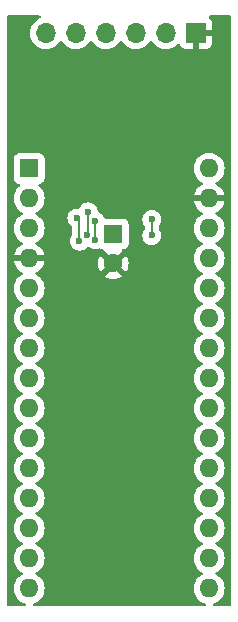
<source format=gbr>
%TF.GenerationSoftware,KiCad,Pcbnew,8.0.2*%
%TF.CreationDate,2024-11-13T23:00:56+01:00*%
%TF.ProjectId,programmerUnoHat,70726f67-7261-46d6-9d65-72556e6f4861,rev?*%
%TF.SameCoordinates,Original*%
%TF.FileFunction,Copper,L1,Top*%
%TF.FilePolarity,Positive*%
%FSLAX46Y46*%
G04 Gerber Fmt 4.6, Leading zero omitted, Abs format (unit mm)*
G04 Created by KiCad (PCBNEW 8.0.2) date 2024-11-13 23:00:56*
%MOMM*%
%LPD*%
G01*
G04 APERTURE LIST*
%TA.AperFunction,ComponentPad*%
%ADD10R,1.600000X1.600000*%
%TD*%
%TA.AperFunction,ComponentPad*%
%ADD11O,1.600000X1.600000*%
%TD*%
%TA.AperFunction,ComponentPad*%
%ADD12C,1.600000*%
%TD*%
%TA.AperFunction,ComponentPad*%
%ADD13R,1.700000X1.700000*%
%TD*%
%TA.AperFunction,ComponentPad*%
%ADD14O,1.700000X1.700000*%
%TD*%
%TA.AperFunction,ViaPad*%
%ADD15C,0.600000*%
%TD*%
%TA.AperFunction,Conductor*%
%ADD16C,0.200000*%
%TD*%
G04 APERTURE END LIST*
D10*
%TO.P,A101,1,D1/TX*%
%TO.N,unconnected-(A101-D1{slash}TX-Pad1)*%
X126390000Y-76450000D03*
D11*
%TO.P,A101,2,D0/RX*%
%TO.N,unconnected-(A101-D0{slash}RX-Pad2)*%
X126390000Y-78990000D03*
%TO.P,A101,3,~{RESET}*%
%TO.N,/RESET*%
X126390000Y-81530000D03*
%TO.P,A101,4,GND*%
%TO.N,GND*%
X126390000Y-84070000D03*
%TO.P,A101,5,D2*%
%TO.N,unconnected-(A101-D2-Pad5)*%
X126390000Y-86610000D03*
%TO.P,A101,6,D3*%
%TO.N,unconnected-(A101-D3-Pad6)*%
X126390000Y-89150000D03*
%TO.P,A101,7,D4*%
%TO.N,unconnected-(A101-D4-Pad7)*%
X126390000Y-91690000D03*
%TO.P,A101,8,D5*%
%TO.N,unconnected-(A101-D5-Pad8)*%
X126390000Y-94230000D03*
%TO.P,A101,9,D6*%
%TO.N,unconnected-(A101-D6-Pad9)*%
X126390000Y-96770000D03*
%TO.P,A101,10,D7*%
%TO.N,unconnected-(A101-D7-Pad10)*%
X126390000Y-99310000D03*
%TO.P,A101,11,D8*%
%TO.N,unconnected-(A101-D8-Pad11)*%
X126390000Y-101850000D03*
%TO.P,A101,12,D9*%
%TO.N,unconnected-(A101-D9-Pad12)*%
X126390000Y-104390000D03*
%TO.P,A101,13,D10*%
%TO.N,/RESET_SLAVE*%
X126390000Y-106930000D03*
%TO.P,A101,14,D11*%
%TO.N,/MOSI*%
X126390000Y-109470000D03*
%TO.P,A101,15,D12*%
%TO.N,/MISO*%
X126390000Y-112010000D03*
%TO.P,A101,16,D13*%
%TO.N,/SCK*%
X141630000Y-112010000D03*
%TO.P,A101,17,3V3*%
%TO.N,unconnected-(A101-3V3-Pad17)*%
X141630000Y-109470000D03*
%TO.P,A101,18,AREF*%
%TO.N,unconnected-(A101-AREF-Pad18)*%
X141630000Y-106930000D03*
%TO.P,A101,19,A0*%
%TO.N,unconnected-(A101-A0-Pad19)*%
X141630000Y-104390000D03*
%TO.P,A101,20,A1*%
%TO.N,unconnected-(A101-A1-Pad20)*%
X141630000Y-101850000D03*
%TO.P,A101,21,A2*%
%TO.N,unconnected-(A101-A2-Pad21)*%
X141630000Y-99310000D03*
%TO.P,A101,22,A3*%
%TO.N,unconnected-(A101-A3-Pad22)*%
X141630000Y-96770000D03*
%TO.P,A101,23,A4*%
%TO.N,unconnected-(A101-A4-Pad23)*%
X141630000Y-94230000D03*
%TO.P,A101,24,A5*%
%TO.N,unconnected-(A101-A5-Pad24)*%
X141630000Y-91690000D03*
%TO.P,A101,25,A6*%
%TO.N,unconnected-(A101-A6-Pad25)*%
X141630000Y-89150000D03*
%TO.P,A101,26,A7*%
%TO.N,unconnected-(A101-A7-Pad26)*%
X141630000Y-86610000D03*
%TO.P,A101,27,+5V*%
%TO.N,+5V*%
X141630000Y-84070000D03*
%TO.P,A101,28,~{RESET}*%
%TO.N,/RESET*%
X141630000Y-81530000D03*
%TO.P,A101,29,GND*%
%TO.N,GND*%
X141630000Y-78990000D03*
%TO.P,A101,30,VIN*%
%TO.N,unconnected-(A101-VIN-Pad30)*%
X141630000Y-76450000D03*
%TD*%
D10*
%TO.P,C101,1*%
%TO.N,/RESET*%
X133500000Y-82000000D03*
D12*
%TO.P,C101,2*%
%TO.N,GND*%
X133500000Y-84500000D03*
%TD*%
D13*
%TO.P,J101,1,Pin_1*%
%TO.N,GND*%
X140500000Y-65000000D03*
D14*
%TO.P,J101,2,Pin_2*%
%TO.N,+5V*%
X137960000Y-65000000D03*
%TO.P,J101,3,Pin_3*%
%TO.N,/SCK*%
X135420000Y-65000000D03*
%TO.P,J101,4,Pin_4*%
%TO.N,/MISO*%
X132880000Y-65000000D03*
%TO.P,J101,5,Pin_5*%
%TO.N,/MOSI*%
X130340000Y-65000000D03*
%TO.P,J101,6,Pin_6*%
%TO.N,/RESET_SLAVE*%
X127800000Y-65000000D03*
%TD*%
D15*
%TO.N,/RESET_SLAVE*%
X130429000Y-80645000D03*
X130648936Y-82607638D03*
%TO.N,/SCK*%
X136779000Y-82130000D03*
X136779000Y-80772000D03*
%TO.N,/MISO*%
X132000000Y-80930000D03*
X132000000Y-82500000D03*
%TO.N,/MOSI*%
X131400000Y-80131982D03*
X131290704Y-82130000D03*
%TD*%
D16*
%TO.N,/RESET_SLAVE*%
X130648936Y-80864936D02*
X130429000Y-80645000D01*
X130648936Y-82607638D02*
X130648936Y-80864936D01*
%TO.N,/SCK*%
X136779000Y-80772000D02*
X136779000Y-82130000D01*
%TO.N,/MISO*%
X132000000Y-82500000D02*
X132000000Y-80930000D01*
%TO.N,/MOSI*%
X131400000Y-80131982D02*
X131400000Y-82020704D01*
X131400000Y-82020704D02*
X131290704Y-82130000D01*
%TD*%
%TA.AperFunction,Conductor*%
%TO.N,GND*%
G36*
X127327843Y-63520185D02*
G01*
X127373598Y-63572989D01*
X127383542Y-63642147D01*
X127354517Y-63705703D01*
X127313209Y-63736882D01*
X127122171Y-63825964D01*
X127122169Y-63825965D01*
X126928597Y-63961505D01*
X126761505Y-64128597D01*
X126625965Y-64322169D01*
X126625964Y-64322171D01*
X126526098Y-64536335D01*
X126526094Y-64536344D01*
X126464938Y-64764586D01*
X126464936Y-64764596D01*
X126444341Y-64999999D01*
X126444341Y-65000000D01*
X126464936Y-65235403D01*
X126464938Y-65235413D01*
X126526094Y-65463655D01*
X126526096Y-65463659D01*
X126526097Y-65463663D01*
X126606004Y-65635023D01*
X126625965Y-65677830D01*
X126625967Y-65677834D01*
X126734281Y-65832521D01*
X126761505Y-65871401D01*
X126928599Y-66038495D01*
X127005135Y-66092086D01*
X127122165Y-66174032D01*
X127122167Y-66174033D01*
X127122170Y-66174035D01*
X127336337Y-66273903D01*
X127564592Y-66335063D01*
X127735319Y-66350000D01*
X127799999Y-66355659D01*
X127800000Y-66355659D01*
X127800001Y-66355659D01*
X127864681Y-66350000D01*
X128035408Y-66335063D01*
X128263663Y-66273903D01*
X128477830Y-66174035D01*
X128671401Y-66038495D01*
X128838495Y-65871401D01*
X128968425Y-65685842D01*
X129023002Y-65642217D01*
X129092500Y-65635023D01*
X129154855Y-65666546D01*
X129171575Y-65685842D01*
X129301500Y-65871395D01*
X129301505Y-65871401D01*
X129468599Y-66038495D01*
X129545135Y-66092086D01*
X129662165Y-66174032D01*
X129662167Y-66174033D01*
X129662170Y-66174035D01*
X129876337Y-66273903D01*
X130104592Y-66335063D01*
X130275319Y-66350000D01*
X130339999Y-66355659D01*
X130340000Y-66355659D01*
X130340001Y-66355659D01*
X130404681Y-66350000D01*
X130575408Y-66335063D01*
X130803663Y-66273903D01*
X131017830Y-66174035D01*
X131211401Y-66038495D01*
X131378495Y-65871401D01*
X131508425Y-65685842D01*
X131563002Y-65642217D01*
X131632500Y-65635023D01*
X131694855Y-65666546D01*
X131711575Y-65685842D01*
X131841500Y-65871395D01*
X131841505Y-65871401D01*
X132008599Y-66038495D01*
X132085135Y-66092086D01*
X132202165Y-66174032D01*
X132202167Y-66174033D01*
X132202170Y-66174035D01*
X132416337Y-66273903D01*
X132644592Y-66335063D01*
X132815319Y-66350000D01*
X132879999Y-66355659D01*
X132880000Y-66355659D01*
X132880001Y-66355659D01*
X132944681Y-66350000D01*
X133115408Y-66335063D01*
X133343663Y-66273903D01*
X133557830Y-66174035D01*
X133751401Y-66038495D01*
X133918495Y-65871401D01*
X134048425Y-65685842D01*
X134103002Y-65642217D01*
X134172500Y-65635023D01*
X134234855Y-65666546D01*
X134251575Y-65685842D01*
X134381500Y-65871395D01*
X134381505Y-65871401D01*
X134548599Y-66038495D01*
X134625135Y-66092086D01*
X134742165Y-66174032D01*
X134742167Y-66174033D01*
X134742170Y-66174035D01*
X134956337Y-66273903D01*
X135184592Y-66335063D01*
X135355319Y-66350000D01*
X135419999Y-66355659D01*
X135420000Y-66355659D01*
X135420001Y-66355659D01*
X135484681Y-66350000D01*
X135655408Y-66335063D01*
X135883663Y-66273903D01*
X136097830Y-66174035D01*
X136291401Y-66038495D01*
X136458495Y-65871401D01*
X136588425Y-65685842D01*
X136643002Y-65642217D01*
X136712500Y-65635023D01*
X136774855Y-65666546D01*
X136791575Y-65685842D01*
X136921500Y-65871395D01*
X136921505Y-65871401D01*
X137088599Y-66038495D01*
X137165135Y-66092086D01*
X137282165Y-66174032D01*
X137282167Y-66174033D01*
X137282170Y-66174035D01*
X137496337Y-66273903D01*
X137724592Y-66335063D01*
X137895319Y-66350000D01*
X137959999Y-66355659D01*
X137960000Y-66355659D01*
X137960001Y-66355659D01*
X138024681Y-66350000D01*
X138195408Y-66335063D01*
X138423663Y-66273903D01*
X138637830Y-66174035D01*
X138831401Y-66038495D01*
X138953717Y-65916178D01*
X139015036Y-65882696D01*
X139084728Y-65887680D01*
X139140662Y-65929551D01*
X139157577Y-65960528D01*
X139206646Y-66092088D01*
X139206649Y-66092093D01*
X139292809Y-66207187D01*
X139292812Y-66207190D01*
X139407906Y-66293350D01*
X139407913Y-66293354D01*
X139542620Y-66343596D01*
X139542627Y-66343598D01*
X139602155Y-66349999D01*
X139602172Y-66350000D01*
X140250000Y-66350000D01*
X140250000Y-65433012D01*
X140307007Y-65465925D01*
X140434174Y-65500000D01*
X140565826Y-65500000D01*
X140692993Y-65465925D01*
X140750000Y-65433012D01*
X140750000Y-66350000D01*
X141397828Y-66350000D01*
X141397844Y-66349999D01*
X141457372Y-66343598D01*
X141457379Y-66343596D01*
X141592086Y-66293354D01*
X141592093Y-66293350D01*
X141707187Y-66207190D01*
X141707190Y-66207187D01*
X141793350Y-66092093D01*
X141793354Y-66092086D01*
X141843596Y-65957379D01*
X141843598Y-65957372D01*
X141849999Y-65897844D01*
X141850000Y-65897827D01*
X141850000Y-65250000D01*
X140933012Y-65250000D01*
X140965925Y-65192993D01*
X141000000Y-65065826D01*
X141000000Y-64934174D01*
X140965925Y-64807007D01*
X140933012Y-64750000D01*
X141850000Y-64750000D01*
X141850000Y-64102172D01*
X141849999Y-64102155D01*
X141843598Y-64042627D01*
X141843596Y-64042620D01*
X141793354Y-63907913D01*
X141793350Y-63907906D01*
X141707190Y-63792812D01*
X141707187Y-63792809D01*
X141614958Y-63723766D01*
X141573087Y-63667832D01*
X141568103Y-63598141D01*
X141601589Y-63536818D01*
X141662912Y-63503334D01*
X141689269Y-63500500D01*
X143375500Y-63500500D01*
X143442539Y-63520185D01*
X143488294Y-63572989D01*
X143499500Y-63624500D01*
X143499500Y-113375500D01*
X143479815Y-113442539D01*
X143427011Y-113488294D01*
X143375500Y-113499500D01*
X142037733Y-113499500D01*
X141970694Y-113479815D01*
X141924939Y-113427011D01*
X141914995Y-113357853D01*
X141944020Y-113294297D01*
X142002798Y-113256523D01*
X142005640Y-113255725D01*
X142053032Y-113243025D01*
X142076496Y-113236739D01*
X142282734Y-113140568D01*
X142469139Y-113010047D01*
X142630047Y-112849139D01*
X142760568Y-112662734D01*
X142856739Y-112456496D01*
X142915635Y-112236692D01*
X142935468Y-112010000D01*
X142915635Y-111783308D01*
X142856739Y-111563504D01*
X142760568Y-111357266D01*
X142630047Y-111170861D01*
X142630045Y-111170858D01*
X142469141Y-111009954D01*
X142282734Y-110879432D01*
X142282728Y-110879429D01*
X142224725Y-110852382D01*
X142172285Y-110806210D01*
X142153133Y-110739017D01*
X142173348Y-110672135D01*
X142224725Y-110627618D01*
X142282734Y-110600568D01*
X142469139Y-110470047D01*
X142630047Y-110309139D01*
X142760568Y-110122734D01*
X142856739Y-109916496D01*
X142915635Y-109696692D01*
X142935468Y-109470000D01*
X142915635Y-109243308D01*
X142856739Y-109023504D01*
X142760568Y-108817266D01*
X142630047Y-108630861D01*
X142630045Y-108630858D01*
X142469141Y-108469954D01*
X142282734Y-108339432D01*
X142282728Y-108339429D01*
X142224725Y-108312382D01*
X142172285Y-108266210D01*
X142153133Y-108199017D01*
X142173348Y-108132135D01*
X142224725Y-108087618D01*
X142282734Y-108060568D01*
X142469139Y-107930047D01*
X142630047Y-107769139D01*
X142760568Y-107582734D01*
X142856739Y-107376496D01*
X142915635Y-107156692D01*
X142935468Y-106930000D01*
X142915635Y-106703308D01*
X142856739Y-106483504D01*
X142760568Y-106277266D01*
X142630047Y-106090861D01*
X142630045Y-106090858D01*
X142469141Y-105929954D01*
X142282734Y-105799432D01*
X142282728Y-105799429D01*
X142224725Y-105772382D01*
X142172285Y-105726210D01*
X142153133Y-105659017D01*
X142173348Y-105592135D01*
X142224725Y-105547618D01*
X142282734Y-105520568D01*
X142469139Y-105390047D01*
X142630047Y-105229139D01*
X142760568Y-105042734D01*
X142856739Y-104836496D01*
X142915635Y-104616692D01*
X142935468Y-104390000D01*
X142915635Y-104163308D01*
X142856739Y-103943504D01*
X142760568Y-103737266D01*
X142630047Y-103550861D01*
X142630045Y-103550858D01*
X142469141Y-103389954D01*
X142282734Y-103259432D01*
X142282728Y-103259429D01*
X142224725Y-103232382D01*
X142172285Y-103186210D01*
X142153133Y-103119017D01*
X142173348Y-103052135D01*
X142224725Y-103007618D01*
X142282734Y-102980568D01*
X142469139Y-102850047D01*
X142630047Y-102689139D01*
X142760568Y-102502734D01*
X142856739Y-102296496D01*
X142915635Y-102076692D01*
X142935468Y-101850000D01*
X142915635Y-101623308D01*
X142856739Y-101403504D01*
X142760568Y-101197266D01*
X142630047Y-101010861D01*
X142630045Y-101010858D01*
X142469141Y-100849954D01*
X142282734Y-100719432D01*
X142282728Y-100719429D01*
X142224725Y-100692382D01*
X142172285Y-100646210D01*
X142153133Y-100579017D01*
X142173348Y-100512135D01*
X142224725Y-100467618D01*
X142282734Y-100440568D01*
X142469139Y-100310047D01*
X142630047Y-100149139D01*
X142760568Y-99962734D01*
X142856739Y-99756496D01*
X142915635Y-99536692D01*
X142935468Y-99310000D01*
X142915635Y-99083308D01*
X142856739Y-98863504D01*
X142760568Y-98657266D01*
X142630047Y-98470861D01*
X142630045Y-98470858D01*
X142469141Y-98309954D01*
X142282734Y-98179432D01*
X142282728Y-98179429D01*
X142224725Y-98152382D01*
X142172285Y-98106210D01*
X142153133Y-98039017D01*
X142173348Y-97972135D01*
X142224725Y-97927618D01*
X142282734Y-97900568D01*
X142469139Y-97770047D01*
X142630047Y-97609139D01*
X142760568Y-97422734D01*
X142856739Y-97216496D01*
X142915635Y-96996692D01*
X142935468Y-96770000D01*
X142915635Y-96543308D01*
X142856739Y-96323504D01*
X142760568Y-96117266D01*
X142630047Y-95930861D01*
X142630045Y-95930858D01*
X142469141Y-95769954D01*
X142282734Y-95639432D01*
X142282728Y-95639429D01*
X142224725Y-95612382D01*
X142172285Y-95566210D01*
X142153133Y-95499017D01*
X142173348Y-95432135D01*
X142224725Y-95387618D01*
X142282734Y-95360568D01*
X142469139Y-95230047D01*
X142630047Y-95069139D01*
X142760568Y-94882734D01*
X142856739Y-94676496D01*
X142915635Y-94456692D01*
X142935468Y-94230000D01*
X142915635Y-94003308D01*
X142856739Y-93783504D01*
X142760568Y-93577266D01*
X142630047Y-93390861D01*
X142630045Y-93390858D01*
X142469141Y-93229954D01*
X142282734Y-93099432D01*
X142282728Y-93099429D01*
X142224725Y-93072382D01*
X142172285Y-93026210D01*
X142153133Y-92959017D01*
X142173348Y-92892135D01*
X142224725Y-92847618D01*
X142282734Y-92820568D01*
X142469139Y-92690047D01*
X142630047Y-92529139D01*
X142760568Y-92342734D01*
X142856739Y-92136496D01*
X142915635Y-91916692D01*
X142935468Y-91690000D01*
X142915635Y-91463308D01*
X142856739Y-91243504D01*
X142760568Y-91037266D01*
X142630047Y-90850861D01*
X142630045Y-90850858D01*
X142469141Y-90689954D01*
X142282734Y-90559432D01*
X142282728Y-90559429D01*
X142224725Y-90532382D01*
X142172285Y-90486210D01*
X142153133Y-90419017D01*
X142173348Y-90352135D01*
X142224725Y-90307618D01*
X142282734Y-90280568D01*
X142469139Y-90150047D01*
X142630047Y-89989139D01*
X142760568Y-89802734D01*
X142856739Y-89596496D01*
X142915635Y-89376692D01*
X142935468Y-89150000D01*
X142915635Y-88923308D01*
X142856739Y-88703504D01*
X142760568Y-88497266D01*
X142630047Y-88310861D01*
X142630045Y-88310858D01*
X142469141Y-88149954D01*
X142282734Y-88019432D01*
X142282728Y-88019429D01*
X142224725Y-87992382D01*
X142172285Y-87946210D01*
X142153133Y-87879017D01*
X142173348Y-87812135D01*
X142224725Y-87767618D01*
X142282734Y-87740568D01*
X142469139Y-87610047D01*
X142630047Y-87449139D01*
X142760568Y-87262734D01*
X142856739Y-87056496D01*
X142915635Y-86836692D01*
X142935468Y-86610000D01*
X142915635Y-86383308D01*
X142856739Y-86163504D01*
X142760568Y-85957266D01*
X142640046Y-85785141D01*
X142630045Y-85770858D01*
X142469141Y-85609954D01*
X142282734Y-85479432D01*
X142282728Y-85479429D01*
X142224725Y-85452382D01*
X142172285Y-85406210D01*
X142153133Y-85339017D01*
X142173348Y-85272135D01*
X142224725Y-85227618D01*
X142225319Y-85227341D01*
X142282734Y-85200568D01*
X142469139Y-85070047D01*
X142630047Y-84909139D01*
X142760568Y-84722734D01*
X142856739Y-84516496D01*
X142915635Y-84296692D01*
X142935468Y-84070000D01*
X142915635Y-83843308D01*
X142856739Y-83623504D01*
X142760568Y-83417266D01*
X142636128Y-83239546D01*
X142630045Y-83230858D01*
X142469141Y-83069954D01*
X142282734Y-82939432D01*
X142282728Y-82939429D01*
X142224725Y-82912382D01*
X142172285Y-82866210D01*
X142153133Y-82799017D01*
X142173348Y-82732135D01*
X142224725Y-82687618D01*
X142282734Y-82660568D01*
X142469139Y-82530047D01*
X142630047Y-82369139D01*
X142760568Y-82182734D01*
X142856739Y-81976496D01*
X142915635Y-81756692D01*
X142935468Y-81530000D01*
X142915635Y-81303308D01*
X142856739Y-81083504D01*
X142760568Y-80877266D01*
X142630047Y-80690861D01*
X142630045Y-80690858D01*
X142469141Y-80529954D01*
X142282734Y-80399432D01*
X142282732Y-80399431D01*
X142224725Y-80372382D01*
X142224132Y-80372105D01*
X142171694Y-80325934D01*
X142152542Y-80258740D01*
X142172758Y-80191859D01*
X142224134Y-80147341D01*
X142282484Y-80120132D01*
X142468820Y-79989657D01*
X142629657Y-79828820D01*
X142760134Y-79642482D01*
X142856265Y-79436326D01*
X142856269Y-79436317D01*
X142908872Y-79240000D01*
X142063012Y-79240000D01*
X142095925Y-79182993D01*
X142130000Y-79055826D01*
X142130000Y-78924174D01*
X142095925Y-78797007D01*
X142063012Y-78740000D01*
X142908872Y-78740000D01*
X142908872Y-78739999D01*
X142856269Y-78543682D01*
X142856265Y-78543673D01*
X142760134Y-78337517D01*
X142629657Y-78151179D01*
X142468820Y-77990342D01*
X142282482Y-77859865D01*
X142224133Y-77832657D01*
X142171694Y-77786484D01*
X142152542Y-77719291D01*
X142172758Y-77652410D01*
X142224129Y-77607895D01*
X142282734Y-77580568D01*
X142469139Y-77450047D01*
X142630047Y-77289139D01*
X142760568Y-77102734D01*
X142856739Y-76896496D01*
X142915635Y-76676692D01*
X142935468Y-76450000D01*
X142915635Y-76223308D01*
X142856739Y-76003504D01*
X142760568Y-75797266D01*
X142630047Y-75610861D01*
X142630045Y-75610858D01*
X142469141Y-75449954D01*
X142282734Y-75319432D01*
X142282732Y-75319431D01*
X142076497Y-75223261D01*
X142076488Y-75223258D01*
X141856697Y-75164366D01*
X141856693Y-75164365D01*
X141856692Y-75164365D01*
X141856691Y-75164364D01*
X141856686Y-75164364D01*
X141630002Y-75144532D01*
X141629998Y-75144532D01*
X141403313Y-75164364D01*
X141403302Y-75164366D01*
X141183511Y-75223258D01*
X141183502Y-75223261D01*
X140977267Y-75319431D01*
X140977265Y-75319432D01*
X140790858Y-75449954D01*
X140629954Y-75610858D01*
X140499432Y-75797265D01*
X140499431Y-75797267D01*
X140403261Y-76003502D01*
X140403258Y-76003511D01*
X140344366Y-76223302D01*
X140344364Y-76223313D01*
X140324532Y-76449998D01*
X140324532Y-76450001D01*
X140344364Y-76676686D01*
X140344366Y-76676697D01*
X140403258Y-76896488D01*
X140403261Y-76896497D01*
X140499431Y-77102732D01*
X140499432Y-77102734D01*
X140629954Y-77289141D01*
X140790858Y-77450045D01*
X140790861Y-77450047D01*
X140977266Y-77580568D01*
X141035865Y-77607893D01*
X141088305Y-77654065D01*
X141107457Y-77721258D01*
X141087242Y-77788139D01*
X141035867Y-77832657D01*
X140977515Y-77859867D01*
X140791179Y-77990342D01*
X140630342Y-78151179D01*
X140499865Y-78337517D01*
X140403734Y-78543673D01*
X140403730Y-78543682D01*
X140351127Y-78739999D01*
X140351128Y-78740000D01*
X141196988Y-78740000D01*
X141164075Y-78797007D01*
X141130000Y-78924174D01*
X141130000Y-79055826D01*
X141164075Y-79182993D01*
X141196988Y-79240000D01*
X140351128Y-79240000D01*
X140403730Y-79436317D01*
X140403734Y-79436326D01*
X140499865Y-79642482D01*
X140630342Y-79828820D01*
X140791179Y-79989657D01*
X140977518Y-80120134D01*
X140977520Y-80120135D01*
X141035865Y-80147342D01*
X141088305Y-80193514D01*
X141107457Y-80260707D01*
X141087242Y-80327589D01*
X141035867Y-80372105D01*
X140977268Y-80399431D01*
X140977264Y-80399433D01*
X140790858Y-80529954D01*
X140629954Y-80690858D01*
X140499432Y-80877265D01*
X140499431Y-80877267D01*
X140403261Y-81083502D01*
X140403258Y-81083511D01*
X140344366Y-81303302D01*
X140344364Y-81303313D01*
X140324532Y-81529998D01*
X140324532Y-81530001D01*
X140344364Y-81756686D01*
X140344366Y-81756697D01*
X140403258Y-81976488D01*
X140403261Y-81976497D01*
X140499431Y-82182732D01*
X140499432Y-82182734D01*
X140629954Y-82369141D01*
X140790858Y-82530045D01*
X140790861Y-82530047D01*
X140977266Y-82660568D01*
X141035275Y-82687618D01*
X141087714Y-82733791D01*
X141106866Y-82800984D01*
X141086650Y-82867865D01*
X141035275Y-82912382D01*
X140977267Y-82939431D01*
X140977265Y-82939432D01*
X140790858Y-83069954D01*
X140629954Y-83230858D01*
X140499432Y-83417265D01*
X140499431Y-83417267D01*
X140403261Y-83623502D01*
X140403258Y-83623511D01*
X140344366Y-83843302D01*
X140344364Y-83843313D01*
X140324532Y-84069998D01*
X140324532Y-84070001D01*
X140344364Y-84296686D01*
X140344366Y-84296697D01*
X140403258Y-84516488D01*
X140403261Y-84516497D01*
X140499431Y-84722732D01*
X140499432Y-84722734D01*
X140629954Y-84909141D01*
X140790858Y-85070045D01*
X140790861Y-85070047D01*
X140977266Y-85200568D01*
X141034681Y-85227341D01*
X141035275Y-85227618D01*
X141087714Y-85273791D01*
X141106866Y-85340984D01*
X141086650Y-85407865D01*
X141035275Y-85452382D01*
X140977267Y-85479431D01*
X140977265Y-85479432D01*
X140790858Y-85609954D01*
X140629954Y-85770858D01*
X140499432Y-85957265D01*
X140499431Y-85957267D01*
X140403261Y-86163502D01*
X140403258Y-86163511D01*
X140344366Y-86383302D01*
X140344364Y-86383313D01*
X140324532Y-86609998D01*
X140324532Y-86610001D01*
X140344364Y-86836686D01*
X140344366Y-86836697D01*
X140403258Y-87056488D01*
X140403261Y-87056497D01*
X140499431Y-87262732D01*
X140499432Y-87262734D01*
X140629954Y-87449141D01*
X140790858Y-87610045D01*
X140790861Y-87610047D01*
X140977266Y-87740568D01*
X141035275Y-87767618D01*
X141087714Y-87813791D01*
X141106866Y-87880984D01*
X141086650Y-87947865D01*
X141035275Y-87992382D01*
X140977267Y-88019431D01*
X140977265Y-88019432D01*
X140790858Y-88149954D01*
X140629954Y-88310858D01*
X140499432Y-88497265D01*
X140499431Y-88497267D01*
X140403261Y-88703502D01*
X140403258Y-88703511D01*
X140344366Y-88923302D01*
X140344364Y-88923313D01*
X140324532Y-89149998D01*
X140324532Y-89150001D01*
X140344364Y-89376686D01*
X140344366Y-89376697D01*
X140403258Y-89596488D01*
X140403261Y-89596497D01*
X140499431Y-89802732D01*
X140499432Y-89802734D01*
X140629954Y-89989141D01*
X140790858Y-90150045D01*
X140790861Y-90150047D01*
X140977266Y-90280568D01*
X141035275Y-90307618D01*
X141087714Y-90353791D01*
X141106866Y-90420984D01*
X141086650Y-90487865D01*
X141035275Y-90532382D01*
X140977267Y-90559431D01*
X140977265Y-90559432D01*
X140790858Y-90689954D01*
X140629954Y-90850858D01*
X140499432Y-91037265D01*
X140499431Y-91037267D01*
X140403261Y-91243502D01*
X140403258Y-91243511D01*
X140344366Y-91463302D01*
X140344364Y-91463313D01*
X140324532Y-91689998D01*
X140324532Y-91690001D01*
X140344364Y-91916686D01*
X140344366Y-91916697D01*
X140403258Y-92136488D01*
X140403261Y-92136497D01*
X140499431Y-92342732D01*
X140499432Y-92342734D01*
X140629954Y-92529141D01*
X140790858Y-92690045D01*
X140790861Y-92690047D01*
X140977266Y-92820568D01*
X141035275Y-92847618D01*
X141087714Y-92893791D01*
X141106866Y-92960984D01*
X141086650Y-93027865D01*
X141035275Y-93072382D01*
X140977267Y-93099431D01*
X140977265Y-93099432D01*
X140790858Y-93229954D01*
X140629954Y-93390858D01*
X140499432Y-93577265D01*
X140499431Y-93577267D01*
X140403261Y-93783502D01*
X140403258Y-93783511D01*
X140344366Y-94003302D01*
X140344364Y-94003313D01*
X140324532Y-94229998D01*
X140324532Y-94230001D01*
X140344364Y-94456686D01*
X140344366Y-94456697D01*
X140403258Y-94676488D01*
X140403261Y-94676497D01*
X140499431Y-94882732D01*
X140499432Y-94882734D01*
X140629954Y-95069141D01*
X140790858Y-95230045D01*
X140790861Y-95230047D01*
X140977266Y-95360568D01*
X141035275Y-95387618D01*
X141087714Y-95433791D01*
X141106866Y-95500984D01*
X141086650Y-95567865D01*
X141035275Y-95612382D01*
X140977267Y-95639431D01*
X140977265Y-95639432D01*
X140790858Y-95769954D01*
X140629954Y-95930858D01*
X140499432Y-96117265D01*
X140499431Y-96117267D01*
X140403261Y-96323502D01*
X140403258Y-96323511D01*
X140344366Y-96543302D01*
X140344364Y-96543313D01*
X140324532Y-96769998D01*
X140324532Y-96770001D01*
X140344364Y-96996686D01*
X140344366Y-96996697D01*
X140403258Y-97216488D01*
X140403261Y-97216497D01*
X140499431Y-97422732D01*
X140499432Y-97422734D01*
X140629954Y-97609141D01*
X140790858Y-97770045D01*
X140790861Y-97770047D01*
X140977266Y-97900568D01*
X141035275Y-97927618D01*
X141087714Y-97973791D01*
X141106866Y-98040984D01*
X141086650Y-98107865D01*
X141035275Y-98152382D01*
X140977267Y-98179431D01*
X140977265Y-98179432D01*
X140790858Y-98309954D01*
X140629954Y-98470858D01*
X140499432Y-98657265D01*
X140499431Y-98657267D01*
X140403261Y-98863502D01*
X140403258Y-98863511D01*
X140344366Y-99083302D01*
X140344364Y-99083313D01*
X140324532Y-99309998D01*
X140324532Y-99310001D01*
X140344364Y-99536686D01*
X140344366Y-99536697D01*
X140403258Y-99756488D01*
X140403261Y-99756497D01*
X140499431Y-99962732D01*
X140499432Y-99962734D01*
X140629954Y-100149141D01*
X140790858Y-100310045D01*
X140790861Y-100310047D01*
X140977266Y-100440568D01*
X141035275Y-100467618D01*
X141087714Y-100513791D01*
X141106866Y-100580984D01*
X141086650Y-100647865D01*
X141035275Y-100692382D01*
X140977267Y-100719431D01*
X140977265Y-100719432D01*
X140790858Y-100849954D01*
X140629954Y-101010858D01*
X140499432Y-101197265D01*
X140499431Y-101197267D01*
X140403261Y-101403502D01*
X140403258Y-101403511D01*
X140344366Y-101623302D01*
X140344364Y-101623313D01*
X140324532Y-101849998D01*
X140324532Y-101850001D01*
X140344364Y-102076686D01*
X140344366Y-102076697D01*
X140403258Y-102296488D01*
X140403261Y-102296497D01*
X140499431Y-102502732D01*
X140499432Y-102502734D01*
X140629954Y-102689141D01*
X140790858Y-102850045D01*
X140790861Y-102850047D01*
X140977266Y-102980568D01*
X141035275Y-103007618D01*
X141087714Y-103053791D01*
X141106866Y-103120984D01*
X141086650Y-103187865D01*
X141035275Y-103232382D01*
X140977267Y-103259431D01*
X140977265Y-103259432D01*
X140790858Y-103389954D01*
X140629954Y-103550858D01*
X140499432Y-103737265D01*
X140499431Y-103737267D01*
X140403261Y-103943502D01*
X140403258Y-103943511D01*
X140344366Y-104163302D01*
X140344364Y-104163313D01*
X140324532Y-104389998D01*
X140324532Y-104390001D01*
X140344364Y-104616686D01*
X140344366Y-104616697D01*
X140403258Y-104836488D01*
X140403261Y-104836497D01*
X140499431Y-105042732D01*
X140499432Y-105042734D01*
X140629954Y-105229141D01*
X140790858Y-105390045D01*
X140790861Y-105390047D01*
X140977266Y-105520568D01*
X141035275Y-105547618D01*
X141087714Y-105593791D01*
X141106866Y-105660984D01*
X141086650Y-105727865D01*
X141035275Y-105772382D01*
X140977267Y-105799431D01*
X140977265Y-105799432D01*
X140790858Y-105929954D01*
X140629954Y-106090858D01*
X140499432Y-106277265D01*
X140499431Y-106277267D01*
X140403261Y-106483502D01*
X140403258Y-106483511D01*
X140344366Y-106703302D01*
X140344364Y-106703313D01*
X140324532Y-106929998D01*
X140324532Y-106930001D01*
X140344364Y-107156686D01*
X140344366Y-107156697D01*
X140403258Y-107376488D01*
X140403261Y-107376497D01*
X140499431Y-107582732D01*
X140499432Y-107582734D01*
X140629954Y-107769141D01*
X140790858Y-107930045D01*
X140790861Y-107930047D01*
X140977266Y-108060568D01*
X141035275Y-108087618D01*
X141087714Y-108133791D01*
X141106866Y-108200984D01*
X141086650Y-108267865D01*
X141035275Y-108312382D01*
X140977267Y-108339431D01*
X140977265Y-108339432D01*
X140790858Y-108469954D01*
X140629954Y-108630858D01*
X140499432Y-108817265D01*
X140499431Y-108817267D01*
X140403261Y-109023502D01*
X140403258Y-109023511D01*
X140344366Y-109243302D01*
X140344364Y-109243313D01*
X140324532Y-109469998D01*
X140324532Y-109470001D01*
X140344364Y-109696686D01*
X140344366Y-109696697D01*
X140403258Y-109916488D01*
X140403261Y-109916497D01*
X140499431Y-110122732D01*
X140499432Y-110122734D01*
X140629954Y-110309141D01*
X140790858Y-110470045D01*
X140790861Y-110470047D01*
X140977266Y-110600568D01*
X141035275Y-110627618D01*
X141087714Y-110673791D01*
X141106866Y-110740984D01*
X141086650Y-110807865D01*
X141035275Y-110852382D01*
X140977267Y-110879431D01*
X140977265Y-110879432D01*
X140790858Y-111009954D01*
X140629954Y-111170858D01*
X140499432Y-111357265D01*
X140499431Y-111357267D01*
X140403261Y-111563502D01*
X140403258Y-111563511D01*
X140344366Y-111783302D01*
X140344364Y-111783313D01*
X140324532Y-112009998D01*
X140324532Y-112010001D01*
X140344364Y-112236686D01*
X140344366Y-112236697D01*
X140403258Y-112456488D01*
X140403261Y-112456497D01*
X140499431Y-112662732D01*
X140499432Y-112662734D01*
X140629954Y-112849141D01*
X140790858Y-113010045D01*
X140790861Y-113010047D01*
X140977266Y-113140568D01*
X141183504Y-113236739D01*
X141183509Y-113236740D01*
X141183511Y-113236741D01*
X141254360Y-113255725D01*
X141314021Y-113292090D01*
X141344550Y-113354937D01*
X141336255Y-113424312D01*
X141291770Y-113478190D01*
X141225218Y-113499465D01*
X141222267Y-113499500D01*
X126797733Y-113499500D01*
X126730694Y-113479815D01*
X126684939Y-113427011D01*
X126674995Y-113357853D01*
X126704020Y-113294297D01*
X126762798Y-113256523D01*
X126765640Y-113255725D01*
X126813032Y-113243025D01*
X126836496Y-113236739D01*
X127042734Y-113140568D01*
X127229139Y-113010047D01*
X127390047Y-112849139D01*
X127520568Y-112662734D01*
X127616739Y-112456496D01*
X127675635Y-112236692D01*
X127695468Y-112010000D01*
X127675635Y-111783308D01*
X127616739Y-111563504D01*
X127520568Y-111357266D01*
X127390047Y-111170861D01*
X127390045Y-111170858D01*
X127229141Y-111009954D01*
X127042734Y-110879432D01*
X127042728Y-110879429D01*
X126984725Y-110852382D01*
X126932285Y-110806210D01*
X126913133Y-110739017D01*
X126933348Y-110672135D01*
X126984725Y-110627618D01*
X127042734Y-110600568D01*
X127229139Y-110470047D01*
X127390047Y-110309139D01*
X127520568Y-110122734D01*
X127616739Y-109916496D01*
X127675635Y-109696692D01*
X127695468Y-109470000D01*
X127675635Y-109243308D01*
X127616739Y-109023504D01*
X127520568Y-108817266D01*
X127390047Y-108630861D01*
X127390045Y-108630858D01*
X127229141Y-108469954D01*
X127042734Y-108339432D01*
X127042728Y-108339429D01*
X126984725Y-108312382D01*
X126932285Y-108266210D01*
X126913133Y-108199017D01*
X126933348Y-108132135D01*
X126984725Y-108087618D01*
X127042734Y-108060568D01*
X127229139Y-107930047D01*
X127390047Y-107769139D01*
X127520568Y-107582734D01*
X127616739Y-107376496D01*
X127675635Y-107156692D01*
X127695468Y-106930000D01*
X127675635Y-106703308D01*
X127616739Y-106483504D01*
X127520568Y-106277266D01*
X127390047Y-106090861D01*
X127390045Y-106090858D01*
X127229141Y-105929954D01*
X127042734Y-105799432D01*
X127042728Y-105799429D01*
X126984725Y-105772382D01*
X126932285Y-105726210D01*
X126913133Y-105659017D01*
X126933348Y-105592135D01*
X126984725Y-105547618D01*
X127042734Y-105520568D01*
X127229139Y-105390047D01*
X127390047Y-105229139D01*
X127520568Y-105042734D01*
X127616739Y-104836496D01*
X127675635Y-104616692D01*
X127695468Y-104390000D01*
X127675635Y-104163308D01*
X127616739Y-103943504D01*
X127520568Y-103737266D01*
X127390047Y-103550861D01*
X127390045Y-103550858D01*
X127229141Y-103389954D01*
X127042734Y-103259432D01*
X127042728Y-103259429D01*
X126984725Y-103232382D01*
X126932285Y-103186210D01*
X126913133Y-103119017D01*
X126933348Y-103052135D01*
X126984725Y-103007618D01*
X127042734Y-102980568D01*
X127229139Y-102850047D01*
X127390047Y-102689139D01*
X127520568Y-102502734D01*
X127616739Y-102296496D01*
X127675635Y-102076692D01*
X127695468Y-101850000D01*
X127675635Y-101623308D01*
X127616739Y-101403504D01*
X127520568Y-101197266D01*
X127390047Y-101010861D01*
X127390045Y-101010858D01*
X127229141Y-100849954D01*
X127042734Y-100719432D01*
X127042728Y-100719429D01*
X126984725Y-100692382D01*
X126932285Y-100646210D01*
X126913133Y-100579017D01*
X126933348Y-100512135D01*
X126984725Y-100467618D01*
X127042734Y-100440568D01*
X127229139Y-100310047D01*
X127390047Y-100149139D01*
X127520568Y-99962734D01*
X127616739Y-99756496D01*
X127675635Y-99536692D01*
X127695468Y-99310000D01*
X127675635Y-99083308D01*
X127616739Y-98863504D01*
X127520568Y-98657266D01*
X127390047Y-98470861D01*
X127390045Y-98470858D01*
X127229141Y-98309954D01*
X127042734Y-98179432D01*
X127042728Y-98179429D01*
X126984725Y-98152382D01*
X126932285Y-98106210D01*
X126913133Y-98039017D01*
X126933348Y-97972135D01*
X126984725Y-97927618D01*
X127042734Y-97900568D01*
X127229139Y-97770047D01*
X127390047Y-97609139D01*
X127520568Y-97422734D01*
X127616739Y-97216496D01*
X127675635Y-96996692D01*
X127695468Y-96770000D01*
X127675635Y-96543308D01*
X127616739Y-96323504D01*
X127520568Y-96117266D01*
X127390047Y-95930861D01*
X127390045Y-95930858D01*
X127229141Y-95769954D01*
X127042734Y-95639432D01*
X127042728Y-95639429D01*
X126984725Y-95612382D01*
X126932285Y-95566210D01*
X126913133Y-95499017D01*
X126933348Y-95432135D01*
X126984725Y-95387618D01*
X127042734Y-95360568D01*
X127229139Y-95230047D01*
X127390047Y-95069139D01*
X127520568Y-94882734D01*
X127616739Y-94676496D01*
X127675635Y-94456692D01*
X127695468Y-94230000D01*
X127675635Y-94003308D01*
X127616739Y-93783504D01*
X127520568Y-93577266D01*
X127390047Y-93390861D01*
X127390045Y-93390858D01*
X127229141Y-93229954D01*
X127042734Y-93099432D01*
X127042728Y-93099429D01*
X126984725Y-93072382D01*
X126932285Y-93026210D01*
X126913133Y-92959017D01*
X126933348Y-92892135D01*
X126984725Y-92847618D01*
X127042734Y-92820568D01*
X127229139Y-92690047D01*
X127390047Y-92529139D01*
X127520568Y-92342734D01*
X127616739Y-92136496D01*
X127675635Y-91916692D01*
X127695468Y-91690000D01*
X127675635Y-91463308D01*
X127616739Y-91243504D01*
X127520568Y-91037266D01*
X127390047Y-90850861D01*
X127390045Y-90850858D01*
X127229141Y-90689954D01*
X127042734Y-90559432D01*
X127042728Y-90559429D01*
X126984725Y-90532382D01*
X126932285Y-90486210D01*
X126913133Y-90419017D01*
X126933348Y-90352135D01*
X126984725Y-90307618D01*
X127042734Y-90280568D01*
X127229139Y-90150047D01*
X127390047Y-89989139D01*
X127520568Y-89802734D01*
X127616739Y-89596496D01*
X127675635Y-89376692D01*
X127695468Y-89150000D01*
X127675635Y-88923308D01*
X127616739Y-88703504D01*
X127520568Y-88497266D01*
X127390047Y-88310861D01*
X127390045Y-88310858D01*
X127229141Y-88149954D01*
X127042734Y-88019432D01*
X127042728Y-88019429D01*
X126984725Y-87992382D01*
X126932285Y-87946210D01*
X126913133Y-87879017D01*
X126933348Y-87812135D01*
X126984725Y-87767618D01*
X127042734Y-87740568D01*
X127229139Y-87610047D01*
X127390047Y-87449139D01*
X127520568Y-87262734D01*
X127616739Y-87056496D01*
X127675635Y-86836692D01*
X127695468Y-86610000D01*
X127675635Y-86383308D01*
X127616739Y-86163504D01*
X127520568Y-85957266D01*
X127400046Y-85785141D01*
X127390045Y-85770858D01*
X127229141Y-85609954D01*
X127042734Y-85479432D01*
X127042732Y-85479431D01*
X126984725Y-85452382D01*
X126984132Y-85452105D01*
X126931694Y-85405934D01*
X126912542Y-85338740D01*
X126932758Y-85271859D01*
X126984134Y-85227341D01*
X127042484Y-85200132D01*
X127228820Y-85069657D01*
X127389657Y-84908820D01*
X127520134Y-84722482D01*
X127616265Y-84516326D01*
X127616269Y-84516317D01*
X127668872Y-84320000D01*
X126823012Y-84320000D01*
X126855925Y-84262993D01*
X126890000Y-84135826D01*
X126890000Y-84004174D01*
X126855925Y-83877007D01*
X126823012Y-83820000D01*
X127668872Y-83820000D01*
X127668872Y-83819999D01*
X127616269Y-83623682D01*
X127616265Y-83623673D01*
X127520134Y-83417517D01*
X127389657Y-83231179D01*
X127228820Y-83070342D01*
X127042482Y-82939865D01*
X126984133Y-82912657D01*
X126931694Y-82866484D01*
X126912542Y-82799291D01*
X126932758Y-82732410D01*
X126984129Y-82687895D01*
X127042734Y-82660568D01*
X127229139Y-82530047D01*
X127390047Y-82369139D01*
X127520568Y-82182734D01*
X127616739Y-81976496D01*
X127675635Y-81756692D01*
X127695468Y-81530000D01*
X127675635Y-81303308D01*
X127616739Y-81083504D01*
X127520568Y-80877266D01*
X127390047Y-80690861D01*
X127390045Y-80690858D01*
X127344183Y-80644996D01*
X129623435Y-80644996D01*
X129623435Y-80645003D01*
X129643630Y-80824249D01*
X129643631Y-80824254D01*
X129703211Y-80994523D01*
X129764785Y-81092516D01*
X129799184Y-81147262D01*
X129926738Y-81274816D01*
X129990409Y-81314823D01*
X130036698Y-81367154D01*
X130048436Y-81419815D01*
X130048436Y-82025225D01*
X130028751Y-82092264D01*
X130021386Y-82102534D01*
X130019122Y-82105372D01*
X129923147Y-82258114D01*
X129863567Y-82428383D01*
X129863566Y-82428388D01*
X129843371Y-82607634D01*
X129843371Y-82607641D01*
X129863566Y-82786887D01*
X129863567Y-82786892D01*
X129923147Y-82957161D01*
X129994020Y-83069954D01*
X130019120Y-83109900D01*
X130146674Y-83237454D01*
X130156769Y-83243797D01*
X130249689Y-83302183D01*
X130299414Y-83333427D01*
X130394809Y-83366807D01*
X130469681Y-83393006D01*
X130469686Y-83393007D01*
X130648932Y-83413203D01*
X130648936Y-83413203D01*
X130648940Y-83413203D01*
X130828185Y-83393007D01*
X130828188Y-83393006D01*
X130828191Y-83393006D01*
X130998458Y-83333427D01*
X131151198Y-83237454D01*
X131278752Y-83109900D01*
X131278756Y-83109892D01*
X131280557Y-83107636D01*
X131282096Y-83106555D01*
X131283676Y-83104976D01*
X131283952Y-83105252D01*
X131337744Y-83067494D01*
X131407556Y-83064642D01*
X131465187Y-83097265D01*
X131497738Y-83129816D01*
X131650478Y-83225789D01*
X131820742Y-83285367D01*
X131820745Y-83285368D01*
X131820750Y-83285369D01*
X131999996Y-83305565D01*
X132000000Y-83305565D01*
X132000004Y-83305565D01*
X132179249Y-83285369D01*
X132179252Y-83285368D01*
X132179255Y-83285368D01*
X132179256Y-83285367D01*
X132179259Y-83285367D01*
X132217648Y-83271933D01*
X132344461Y-83227559D01*
X132414236Y-83223997D01*
X132449375Y-83240480D01*
X132449886Y-83239546D01*
X132457671Y-83243797D01*
X132502618Y-83260561D01*
X132592517Y-83294091D01*
X132652127Y-83300500D01*
X132652153Y-83300499D01*
X132655453Y-83300678D01*
X132655372Y-83302183D01*
X132716672Y-83320112D01*
X132762483Y-83372867D01*
X132770016Y-83416464D01*
X133453553Y-84100000D01*
X133447339Y-84100000D01*
X133345606Y-84127259D01*
X133254394Y-84179920D01*
X133179920Y-84254394D01*
X133127259Y-84345606D01*
X133100000Y-84447339D01*
X133100000Y-84453552D01*
X132420974Y-83774526D01*
X132420973Y-83774526D01*
X132369868Y-83847512D01*
X132369866Y-83847516D01*
X132273734Y-84053673D01*
X132273730Y-84053682D01*
X132214860Y-84273389D01*
X132214858Y-84273400D01*
X132195034Y-84499997D01*
X132195034Y-84500002D01*
X132214858Y-84726599D01*
X132214860Y-84726610D01*
X132273730Y-84946317D01*
X132273735Y-84946331D01*
X132369863Y-85152478D01*
X132420974Y-85225472D01*
X133100000Y-84546446D01*
X133100000Y-84552661D01*
X133127259Y-84654394D01*
X133179920Y-84745606D01*
X133254394Y-84820080D01*
X133345606Y-84872741D01*
X133447339Y-84900000D01*
X133453553Y-84900000D01*
X132774526Y-85579025D01*
X132847513Y-85630132D01*
X132847521Y-85630136D01*
X133053668Y-85726264D01*
X133053682Y-85726269D01*
X133273389Y-85785139D01*
X133273400Y-85785141D01*
X133499998Y-85804966D01*
X133500002Y-85804966D01*
X133726599Y-85785141D01*
X133726610Y-85785139D01*
X133946317Y-85726269D01*
X133946331Y-85726264D01*
X134152478Y-85630136D01*
X134225471Y-85579024D01*
X133546447Y-84900000D01*
X133552661Y-84900000D01*
X133654394Y-84872741D01*
X133745606Y-84820080D01*
X133820080Y-84745606D01*
X133872741Y-84654394D01*
X133900000Y-84552661D01*
X133900000Y-84546447D01*
X134579024Y-85225471D01*
X134630136Y-85152478D01*
X134726264Y-84946331D01*
X134726269Y-84946317D01*
X134785139Y-84726610D01*
X134785141Y-84726599D01*
X134804966Y-84500002D01*
X134804966Y-84499997D01*
X134785141Y-84273400D01*
X134785139Y-84273389D01*
X134726269Y-84053682D01*
X134726264Y-84053668D01*
X134630136Y-83847521D01*
X134630132Y-83847513D01*
X134579025Y-83774526D01*
X133900000Y-84453551D01*
X133900000Y-84447339D01*
X133872741Y-84345606D01*
X133820080Y-84254394D01*
X133745606Y-84179920D01*
X133654394Y-84127259D01*
X133552661Y-84100000D01*
X133546448Y-84100000D01*
X134230645Y-83415801D01*
X134240492Y-83366807D01*
X134289107Y-83316624D01*
X134344633Y-83301981D01*
X134344576Y-83300900D01*
X134344571Y-83300854D01*
X134344573Y-83300853D01*
X134344564Y-83300676D01*
X134347857Y-83300499D01*
X134347872Y-83300499D01*
X134407483Y-83294091D01*
X134542331Y-83243796D01*
X134657546Y-83157546D01*
X134743796Y-83042331D01*
X134794091Y-82907483D01*
X134800500Y-82847873D01*
X134800499Y-81152128D01*
X134794091Y-81092517D01*
X134790729Y-81083504D01*
X134743797Y-80957671D01*
X134743793Y-80957664D01*
X134657547Y-80842455D01*
X134657544Y-80842452D01*
X134563428Y-80771996D01*
X135973435Y-80771996D01*
X135973435Y-80772003D01*
X135993630Y-80951249D01*
X135993631Y-80951254D01*
X136053211Y-81121523D01*
X136149185Y-81274263D01*
X136151445Y-81277097D01*
X136152334Y-81279275D01*
X136152889Y-81280158D01*
X136152734Y-81280255D01*
X136177855Y-81341783D01*
X136178500Y-81354412D01*
X136178500Y-81547587D01*
X136158815Y-81614626D01*
X136151450Y-81624896D01*
X136149186Y-81627734D01*
X136053211Y-81780476D01*
X135993631Y-81950745D01*
X135993630Y-81950750D01*
X135973435Y-82129996D01*
X135973435Y-82130003D01*
X135993630Y-82309249D01*
X135993631Y-82309254D01*
X136053211Y-82479523D01*
X136149184Y-82632262D01*
X136276738Y-82759816D01*
X136365573Y-82815635D01*
X136416895Y-82847883D01*
X136429478Y-82855789D01*
X136577208Y-82907482D01*
X136599745Y-82915368D01*
X136599750Y-82915369D01*
X136778996Y-82935565D01*
X136779000Y-82935565D01*
X136779004Y-82935565D01*
X136958249Y-82915369D01*
X136958252Y-82915368D01*
X136958255Y-82915368D01*
X137128522Y-82855789D01*
X137281262Y-82759816D01*
X137408816Y-82632262D01*
X137504789Y-82479522D01*
X137564368Y-82309255D01*
X137570130Y-82258114D01*
X137584565Y-82130003D01*
X137584565Y-82129996D01*
X137564369Y-81950750D01*
X137564368Y-81950745D01*
X137504788Y-81780476D01*
X137408813Y-81627734D01*
X137406550Y-81624896D01*
X137405659Y-81622715D01*
X137405111Y-81621842D01*
X137405264Y-81621745D01*
X137380144Y-81560209D01*
X137379500Y-81547587D01*
X137379500Y-81354412D01*
X137399185Y-81287373D01*
X137406555Y-81277097D01*
X137408810Y-81274267D01*
X137408816Y-81274262D01*
X137504789Y-81121522D01*
X137564368Y-80951255D01*
X137564369Y-80951249D01*
X137584565Y-80772003D01*
X137584565Y-80771996D01*
X137564369Y-80592750D01*
X137564368Y-80592745D01*
X137542396Y-80529953D01*
X137504789Y-80422478D01*
X137490306Y-80399429D01*
X137429880Y-80303261D01*
X137408816Y-80269738D01*
X137281262Y-80142184D01*
X137246864Y-80120570D01*
X137128523Y-80046211D01*
X136958254Y-79986631D01*
X136958249Y-79986630D01*
X136779004Y-79966435D01*
X136778996Y-79966435D01*
X136599750Y-79986630D01*
X136599745Y-79986631D01*
X136429476Y-80046211D01*
X136276737Y-80142184D01*
X136149184Y-80269737D01*
X136053211Y-80422476D01*
X135993631Y-80592745D01*
X135993630Y-80592750D01*
X135973435Y-80771996D01*
X134563428Y-80771996D01*
X134542335Y-80756206D01*
X134542328Y-80756202D01*
X134407482Y-80705908D01*
X134407483Y-80705908D01*
X134347883Y-80699501D01*
X134347881Y-80699500D01*
X134347873Y-80699500D01*
X134347865Y-80699500D01*
X132855419Y-80699500D01*
X132788380Y-80679815D01*
X132742625Y-80627011D01*
X132738377Y-80616453D01*
X132725789Y-80580478D01*
X132725789Y-80580477D01*
X132665484Y-80484504D01*
X132629816Y-80427738D01*
X132502262Y-80300184D01*
X132349519Y-80204208D01*
X132281670Y-80180467D01*
X132224894Y-80139745D01*
X132199405Y-80077309D01*
X132185369Y-79952732D01*
X132185368Y-79952727D01*
X132157042Y-79871775D01*
X132125789Y-79782460D01*
X132029816Y-79629720D01*
X131902262Y-79502166D01*
X131828670Y-79455925D01*
X131749523Y-79406193D01*
X131579254Y-79346613D01*
X131579249Y-79346612D01*
X131400004Y-79326417D01*
X131399996Y-79326417D01*
X131220750Y-79346612D01*
X131220745Y-79346613D01*
X131050476Y-79406193D01*
X130897737Y-79502166D01*
X130770184Y-79629719D01*
X130674207Y-79782465D01*
X130673738Y-79783440D01*
X130673267Y-79783961D01*
X130670506Y-79788356D01*
X130669736Y-79787872D01*
X130626915Y-79835299D01*
X130559488Y-79853611D01*
X130548136Y-79852857D01*
X130429004Y-79839435D01*
X130428996Y-79839435D01*
X130249750Y-79859630D01*
X130249745Y-79859631D01*
X130079476Y-79919211D01*
X129926737Y-80015184D01*
X129799184Y-80142737D01*
X129703211Y-80295476D01*
X129643631Y-80465745D01*
X129643630Y-80465750D01*
X129623435Y-80644996D01*
X127344183Y-80644996D01*
X127229141Y-80529954D01*
X127042734Y-80399432D01*
X127042728Y-80399429D01*
X126984725Y-80372382D01*
X126932285Y-80326210D01*
X126913133Y-80259017D01*
X126933348Y-80192135D01*
X126984725Y-80147618D01*
X126985319Y-80147341D01*
X127042734Y-80120568D01*
X127229139Y-79990047D01*
X127390047Y-79829139D01*
X127520568Y-79642734D01*
X127616739Y-79436496D01*
X127675635Y-79216692D01*
X127695468Y-78990000D01*
X127675635Y-78763308D01*
X127616739Y-78543504D01*
X127520568Y-78337266D01*
X127390047Y-78150861D01*
X127390045Y-78150858D01*
X127229143Y-77989956D01*
X127204536Y-77972726D01*
X127160912Y-77918149D01*
X127153719Y-77848650D01*
X127185241Y-77786296D01*
X127245471Y-77750882D01*
X127262404Y-77747861D01*
X127297483Y-77744091D01*
X127432331Y-77693796D01*
X127547546Y-77607546D01*
X127633796Y-77492331D01*
X127684091Y-77357483D01*
X127690500Y-77297873D01*
X127690499Y-75602128D01*
X127684091Y-75542517D01*
X127649567Y-75449954D01*
X127633797Y-75407671D01*
X127633793Y-75407664D01*
X127547547Y-75292455D01*
X127547544Y-75292452D01*
X127432335Y-75206206D01*
X127432328Y-75206202D01*
X127297482Y-75155908D01*
X127297483Y-75155908D01*
X127237883Y-75149501D01*
X127237881Y-75149500D01*
X127237873Y-75149500D01*
X127237864Y-75149500D01*
X125542129Y-75149500D01*
X125542123Y-75149501D01*
X125482516Y-75155908D01*
X125347671Y-75206202D01*
X125347664Y-75206206D01*
X125232455Y-75292452D01*
X125232452Y-75292455D01*
X125146206Y-75407664D01*
X125146202Y-75407671D01*
X125095908Y-75542517D01*
X125089501Y-75602116D01*
X125089501Y-75602123D01*
X125089500Y-75602135D01*
X125089500Y-77297870D01*
X125089501Y-77297876D01*
X125095908Y-77357483D01*
X125146202Y-77492328D01*
X125146206Y-77492335D01*
X125232452Y-77607544D01*
X125232455Y-77607547D01*
X125347664Y-77693793D01*
X125347671Y-77693797D01*
X125392618Y-77710561D01*
X125482517Y-77744091D01*
X125517596Y-77747862D01*
X125582144Y-77774599D01*
X125621993Y-77831991D01*
X125624488Y-77901816D01*
X125588836Y-77961905D01*
X125575464Y-77972725D01*
X125550858Y-77989954D01*
X125389954Y-78150858D01*
X125259432Y-78337265D01*
X125259431Y-78337267D01*
X125163261Y-78543502D01*
X125163258Y-78543511D01*
X125104366Y-78763302D01*
X125104364Y-78763313D01*
X125084532Y-78989998D01*
X125084532Y-78990001D01*
X125104364Y-79216686D01*
X125104366Y-79216697D01*
X125163258Y-79436488D01*
X125163261Y-79436497D01*
X125259431Y-79642732D01*
X125259432Y-79642734D01*
X125389954Y-79829141D01*
X125550858Y-79990045D01*
X125550861Y-79990047D01*
X125737266Y-80120568D01*
X125794681Y-80147341D01*
X125795275Y-80147618D01*
X125847714Y-80193791D01*
X125866866Y-80260984D01*
X125846650Y-80327865D01*
X125795275Y-80372382D01*
X125737267Y-80399431D01*
X125737265Y-80399432D01*
X125550858Y-80529954D01*
X125389954Y-80690858D01*
X125259432Y-80877265D01*
X125259431Y-80877267D01*
X125163261Y-81083502D01*
X125163258Y-81083511D01*
X125104366Y-81303302D01*
X125104364Y-81303313D01*
X125084532Y-81529998D01*
X125084532Y-81530001D01*
X125104364Y-81756686D01*
X125104366Y-81756697D01*
X125163258Y-81976488D01*
X125163261Y-81976497D01*
X125259431Y-82182732D01*
X125259432Y-82182734D01*
X125389954Y-82369141D01*
X125550858Y-82530045D01*
X125550861Y-82530047D01*
X125737266Y-82660568D01*
X125795865Y-82687893D01*
X125848305Y-82734065D01*
X125867457Y-82801258D01*
X125847242Y-82868139D01*
X125795867Y-82912657D01*
X125737515Y-82939867D01*
X125551179Y-83070342D01*
X125390342Y-83231179D01*
X125259865Y-83417517D01*
X125163734Y-83623673D01*
X125163730Y-83623682D01*
X125111127Y-83819999D01*
X125111128Y-83820000D01*
X125956988Y-83820000D01*
X125924075Y-83877007D01*
X125890000Y-84004174D01*
X125890000Y-84135826D01*
X125924075Y-84262993D01*
X125956988Y-84320000D01*
X125111128Y-84320000D01*
X125163730Y-84516317D01*
X125163734Y-84516326D01*
X125259865Y-84722482D01*
X125390342Y-84908820D01*
X125551179Y-85069657D01*
X125737518Y-85200134D01*
X125737520Y-85200135D01*
X125795865Y-85227342D01*
X125848305Y-85273514D01*
X125867457Y-85340707D01*
X125847242Y-85407589D01*
X125795867Y-85452105D01*
X125737268Y-85479431D01*
X125737264Y-85479433D01*
X125550858Y-85609954D01*
X125389954Y-85770858D01*
X125259432Y-85957265D01*
X125259431Y-85957267D01*
X125163261Y-86163502D01*
X125163258Y-86163511D01*
X125104366Y-86383302D01*
X125104364Y-86383313D01*
X125084532Y-86609998D01*
X125084532Y-86610001D01*
X125104364Y-86836686D01*
X125104366Y-86836697D01*
X125163258Y-87056488D01*
X125163261Y-87056497D01*
X125259431Y-87262732D01*
X125259432Y-87262734D01*
X125389954Y-87449141D01*
X125550858Y-87610045D01*
X125550861Y-87610047D01*
X125737266Y-87740568D01*
X125795275Y-87767618D01*
X125847714Y-87813791D01*
X125866866Y-87880984D01*
X125846650Y-87947865D01*
X125795275Y-87992382D01*
X125737267Y-88019431D01*
X125737265Y-88019432D01*
X125550858Y-88149954D01*
X125389954Y-88310858D01*
X125259432Y-88497265D01*
X125259431Y-88497267D01*
X125163261Y-88703502D01*
X125163258Y-88703511D01*
X125104366Y-88923302D01*
X125104364Y-88923313D01*
X125084532Y-89149998D01*
X125084532Y-89150001D01*
X125104364Y-89376686D01*
X125104366Y-89376697D01*
X125163258Y-89596488D01*
X125163261Y-89596497D01*
X125259431Y-89802732D01*
X125259432Y-89802734D01*
X125389954Y-89989141D01*
X125550858Y-90150045D01*
X125550861Y-90150047D01*
X125737266Y-90280568D01*
X125795275Y-90307618D01*
X125847714Y-90353791D01*
X125866866Y-90420984D01*
X125846650Y-90487865D01*
X125795275Y-90532382D01*
X125737267Y-90559431D01*
X125737265Y-90559432D01*
X125550858Y-90689954D01*
X125389954Y-90850858D01*
X125259432Y-91037265D01*
X125259431Y-91037267D01*
X125163261Y-91243502D01*
X125163258Y-91243511D01*
X125104366Y-91463302D01*
X125104364Y-91463313D01*
X125084532Y-91689998D01*
X125084532Y-91690001D01*
X125104364Y-91916686D01*
X125104366Y-91916697D01*
X125163258Y-92136488D01*
X125163261Y-92136497D01*
X125259431Y-92342732D01*
X125259432Y-92342734D01*
X125389954Y-92529141D01*
X125550858Y-92690045D01*
X125550861Y-92690047D01*
X125737266Y-92820568D01*
X125795275Y-92847618D01*
X125847714Y-92893791D01*
X125866866Y-92960984D01*
X125846650Y-93027865D01*
X125795275Y-93072382D01*
X125737267Y-93099431D01*
X125737265Y-93099432D01*
X125550858Y-93229954D01*
X125389954Y-93390858D01*
X125259432Y-93577265D01*
X125259431Y-93577267D01*
X125163261Y-93783502D01*
X125163258Y-93783511D01*
X125104366Y-94003302D01*
X125104364Y-94003313D01*
X125084532Y-94229998D01*
X125084532Y-94230001D01*
X125104364Y-94456686D01*
X125104366Y-94456697D01*
X125163258Y-94676488D01*
X125163261Y-94676497D01*
X125259431Y-94882732D01*
X125259432Y-94882734D01*
X125389954Y-95069141D01*
X125550858Y-95230045D01*
X125550861Y-95230047D01*
X125737266Y-95360568D01*
X125795275Y-95387618D01*
X125847714Y-95433791D01*
X125866866Y-95500984D01*
X125846650Y-95567865D01*
X125795275Y-95612382D01*
X125737267Y-95639431D01*
X125737265Y-95639432D01*
X125550858Y-95769954D01*
X125389954Y-95930858D01*
X125259432Y-96117265D01*
X125259431Y-96117267D01*
X125163261Y-96323502D01*
X125163258Y-96323511D01*
X125104366Y-96543302D01*
X125104364Y-96543313D01*
X125084532Y-96769998D01*
X125084532Y-96770001D01*
X125104364Y-96996686D01*
X125104366Y-96996697D01*
X125163258Y-97216488D01*
X125163261Y-97216497D01*
X125259431Y-97422732D01*
X125259432Y-97422734D01*
X125389954Y-97609141D01*
X125550858Y-97770045D01*
X125550861Y-97770047D01*
X125737266Y-97900568D01*
X125795275Y-97927618D01*
X125847714Y-97973791D01*
X125866866Y-98040984D01*
X125846650Y-98107865D01*
X125795275Y-98152382D01*
X125737267Y-98179431D01*
X125737265Y-98179432D01*
X125550858Y-98309954D01*
X125389954Y-98470858D01*
X125259432Y-98657265D01*
X125259431Y-98657267D01*
X125163261Y-98863502D01*
X125163258Y-98863511D01*
X125104366Y-99083302D01*
X125104364Y-99083313D01*
X125084532Y-99309998D01*
X125084532Y-99310001D01*
X125104364Y-99536686D01*
X125104366Y-99536697D01*
X125163258Y-99756488D01*
X125163261Y-99756497D01*
X125259431Y-99962732D01*
X125259432Y-99962734D01*
X125389954Y-100149141D01*
X125550858Y-100310045D01*
X125550861Y-100310047D01*
X125737266Y-100440568D01*
X125795275Y-100467618D01*
X125847714Y-100513791D01*
X125866866Y-100580984D01*
X125846650Y-100647865D01*
X125795275Y-100692382D01*
X125737267Y-100719431D01*
X125737265Y-100719432D01*
X125550858Y-100849954D01*
X125389954Y-101010858D01*
X125259432Y-101197265D01*
X125259431Y-101197267D01*
X125163261Y-101403502D01*
X125163258Y-101403511D01*
X125104366Y-101623302D01*
X125104364Y-101623313D01*
X125084532Y-101849998D01*
X125084532Y-101850001D01*
X125104364Y-102076686D01*
X125104366Y-102076697D01*
X125163258Y-102296488D01*
X125163261Y-102296497D01*
X125259431Y-102502732D01*
X125259432Y-102502734D01*
X125389954Y-102689141D01*
X125550858Y-102850045D01*
X125550861Y-102850047D01*
X125737266Y-102980568D01*
X125795275Y-103007618D01*
X125847714Y-103053791D01*
X125866866Y-103120984D01*
X125846650Y-103187865D01*
X125795275Y-103232382D01*
X125737267Y-103259431D01*
X125737265Y-103259432D01*
X125550858Y-103389954D01*
X125389954Y-103550858D01*
X125259432Y-103737265D01*
X125259431Y-103737267D01*
X125163261Y-103943502D01*
X125163258Y-103943511D01*
X125104366Y-104163302D01*
X125104364Y-104163313D01*
X125084532Y-104389998D01*
X125084532Y-104390001D01*
X125104364Y-104616686D01*
X125104366Y-104616697D01*
X125163258Y-104836488D01*
X125163261Y-104836497D01*
X125259431Y-105042732D01*
X125259432Y-105042734D01*
X125389954Y-105229141D01*
X125550858Y-105390045D01*
X125550861Y-105390047D01*
X125737266Y-105520568D01*
X125795275Y-105547618D01*
X125847714Y-105593791D01*
X125866866Y-105660984D01*
X125846650Y-105727865D01*
X125795275Y-105772382D01*
X125737267Y-105799431D01*
X125737265Y-105799432D01*
X125550858Y-105929954D01*
X125389954Y-106090858D01*
X125259432Y-106277265D01*
X125259431Y-106277267D01*
X125163261Y-106483502D01*
X125163258Y-106483511D01*
X125104366Y-106703302D01*
X125104364Y-106703313D01*
X125084532Y-106929998D01*
X125084532Y-106930001D01*
X125104364Y-107156686D01*
X125104366Y-107156697D01*
X125163258Y-107376488D01*
X125163261Y-107376497D01*
X125259431Y-107582732D01*
X125259432Y-107582734D01*
X125389954Y-107769141D01*
X125550858Y-107930045D01*
X125550861Y-107930047D01*
X125737266Y-108060568D01*
X125795275Y-108087618D01*
X125847714Y-108133791D01*
X125866866Y-108200984D01*
X125846650Y-108267865D01*
X125795275Y-108312382D01*
X125737267Y-108339431D01*
X125737265Y-108339432D01*
X125550858Y-108469954D01*
X125389954Y-108630858D01*
X125259432Y-108817265D01*
X125259431Y-108817267D01*
X125163261Y-109023502D01*
X125163258Y-109023511D01*
X125104366Y-109243302D01*
X125104364Y-109243313D01*
X125084532Y-109469998D01*
X125084532Y-109470001D01*
X125104364Y-109696686D01*
X125104366Y-109696697D01*
X125163258Y-109916488D01*
X125163261Y-109916497D01*
X125259431Y-110122732D01*
X125259432Y-110122734D01*
X125389954Y-110309141D01*
X125550858Y-110470045D01*
X125550861Y-110470047D01*
X125737266Y-110600568D01*
X125795275Y-110627618D01*
X125847714Y-110673791D01*
X125866866Y-110740984D01*
X125846650Y-110807865D01*
X125795275Y-110852382D01*
X125737267Y-110879431D01*
X125737265Y-110879432D01*
X125550858Y-111009954D01*
X125389954Y-111170858D01*
X125259432Y-111357265D01*
X125259431Y-111357267D01*
X125163261Y-111563502D01*
X125163258Y-111563511D01*
X125104366Y-111783302D01*
X125104364Y-111783313D01*
X125084532Y-112009998D01*
X125084532Y-112010001D01*
X125104364Y-112236686D01*
X125104366Y-112236697D01*
X125163258Y-112456488D01*
X125163261Y-112456497D01*
X125259431Y-112662732D01*
X125259432Y-112662734D01*
X125389954Y-112849141D01*
X125550858Y-113010045D01*
X125550861Y-113010047D01*
X125737266Y-113140568D01*
X125943504Y-113236739D01*
X125943509Y-113236740D01*
X125943511Y-113236741D01*
X126014360Y-113255725D01*
X126074021Y-113292090D01*
X126104550Y-113354937D01*
X126096255Y-113424312D01*
X126051770Y-113478190D01*
X125985218Y-113499465D01*
X125982267Y-113499500D01*
X124624500Y-113499500D01*
X124557461Y-113479815D01*
X124511706Y-113427011D01*
X124500500Y-113375500D01*
X124500500Y-63624500D01*
X124520185Y-63557461D01*
X124572989Y-63511706D01*
X124624500Y-63500500D01*
X127260804Y-63500500D01*
X127327843Y-63520185D01*
G37*
%TD.AperFunction*%
%TD*%
M02*

</source>
